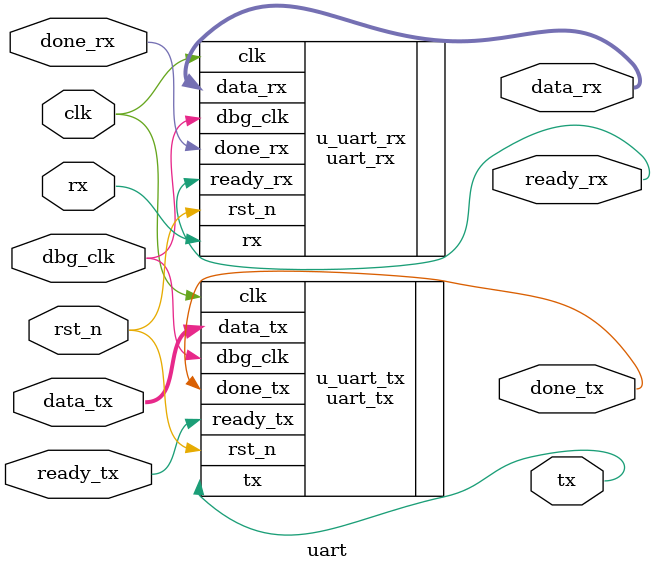
<source format=v>
`timescale 1ns / 1ps

module uart
#(
    parameter CLK_FREQ = 200_000_000,
    parameter BAUDRATE = 9600
)
(
    input   clk,
    input   rx,
    output  tx,
    input   rst_n,
    
    output  [7:0] data_rx,
    output  ready_rx,
    input   done_rx,
    
    input   [7:0] data_tx,
    input   ready_tx,
    output  done_tx,
    
    input   dbg_clk
);

    uart_rx
    #(
        .CLK_FREQ(CLK_FREQ),
        .BAUDRATE(BAUDRATE)
    )
    u_uart_rx
    (
        .clk(clk),
        .rx(rx),
        .rst_n(rst_n),
        .data_rx(data_rx),
        .ready_rx(ready_rx),
        .done_rx(done_rx),
        .dbg_clk(dbg_clk)
    );

    uart_tx
    #(
        .CLK_FREQ (CLK_FREQ),
        .BAUDRATE (BAUDRATE)
    )
    u_uart_tx
    (
        .clk(clk),
        .tx(tx),
        .rst_n(rst_n),
        .data_tx(data_tx),
        .ready_tx(ready_tx),
        .done_tx(done_tx),
        .dbg_clk(dbg_clk)
    );

endmodule

</source>
